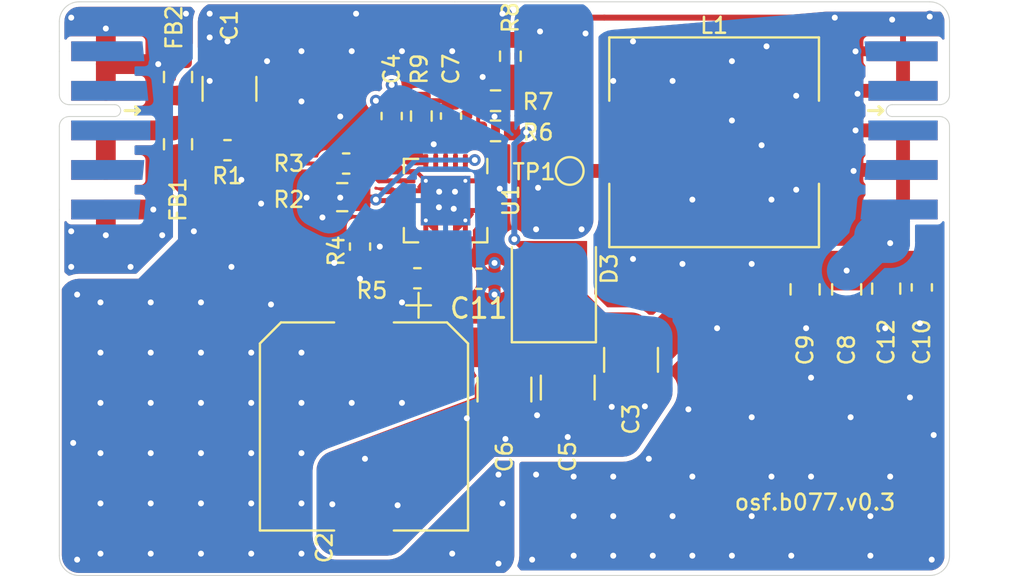
<source format=kicad_pcb>
(kicad_pcb (version 20211014) (generator pcbnew)
  (layers (0 "F.Cu" signal) (31 "B.Cu" signal) (34 "B.Paste" user) (35 "F.Paste" user) (36 "B.SilkS" user "B.Silkscreen") (37 "F.SilkS" user "F.Silkscreen") (38 "B.Mask" user) (39 "F.Mask" user) (44 "Edge.Cuts" user))
  (net 0 "")
  (net 1 "GND")
  (net 2 "Net-(C1-Pad1)")
  (net 3 "/dcdc/GND_IN")
  (net 4 "/dcdc/48V")
  (net 5 "/dcdc/GND2")
  (net 10 "/dcdc/VSS")
  (net 11 "/dcdc/VDD")
  (net 12 "Net-(C7-Pad2)")
  (net 13 "/dcdc/GND2_OUT")
  (net 14 "Net-(R2-Pad2)")
  (net 15 "Net-(R3-Pad1)")
  (net 16 "/dcdc/VPOS")
  (net 17 "Net-(R4-Pad2)")
  (net 18 "Net-(R7-Pad2)")
  (net 19 "/dcdc/erout")
  (net 20 "Net-(R5-Pad1)")
  (net 21 "/dcdc/FBH")
  (net 22 "Net-(TP2-Pad1)")
  (footprint "TestPoint:TestPoint_Pad_D1.0mm" (layer "F.Cu") (at 155.8 92.55)
    (fp_text reference "TP1")
    (fp_text value "GND2_OUT")
  )
  (footprint "Capacitor_SMD:C_0805_2012Metric" (layer "F.Cu") (at 167.7 98.5375 -90)
    (fp_text reference "C9")
    (fp_text value "100uF")
  )
  (footprint "Capacitor_SMD:C_1210_3225Metric" (layer "F.Cu") (at 152.5 103.6 -90)
    (fp_text reference "C6")
    (fp_text value "10nF")
  )
  (footprint "Inductor_SMD:L_0805_2012Metric" (layer "F.Cu") (at 136 91.2 -90)
    (fp_text reference "FB1")
    (fp_text value "700R")
  )
  (footprint "on_edge:on_edge_2x05_device" (layer "F.Cu") (at 130 90.5 -90)
    (fp_text reference "J1")
    (fp_text value "013_PoE_rectified")
    (fp_line (start -0.2 0) (end 4 0) (layer "Edge.Cuts") (width 0.05))
    (fp_line (start -0.7 -0.5) (end -0.7 -2.8) (layer "Edge.Cuts") (width 0.05))
    (fp_line (start -4 0) (end -1.8 0) (layer "Edge.Cuts") (width 0.05))
    (fp_line (start -1.3 -2.8) (end -1.3 -0.5) (layer "Edge.Cuts") (width 0.05))
    (fp_arc (start -1.3 -0.5) (mid -1.446447 -0.146447) (end -1.8 0) (layer "Edge.Cuts") (width 0.05))
    (fp_arc (start -0.2 0) (mid -0.553553 -0.146447) (end -0.7 -0.5) (layer "Edge.Cuts") (width 0.05))
    (fp_arc (start -1.3 -2.8) (mid -1 -3.1) (end -0.7 -2.8) (layer "Edge.Cuts") (width 0.05))
  )
  (footprint "Capacitor_SMD:C_0805_2012Metric" (layer "F.Cu") (at 171.8 98.5 -90)
    (fp_text reference "C12")
    (fp_text value "100uF")
  )
  (footprint "Capacitor_SMD:C_0603_1608Metric" (layer "F.Cu") (at 173.6 98.4375 -90)
    (fp_text reference "C10")
    (fp_text value "1uF")
  )
  (footprint "Resistor_SMD:R_0603_1608Metric" (layer "F.Cu") (at 148.1 97.975)
    (fp_text reference "R5")
    (fp_text value "88.7k")
  )
  (footprint "on_edge:on_edge_2x05_host" (layer "F.Cu") (at 175 90.5 -90)
    (fp_text reference "J2")
    (fp_text value "003_power")
    (fp_line (start -0.7 2.9) (end -0.7 0.5) (layer "Edge.Cuts") (width 0.05))
    (fp_line (start -1.3 0.5) (end -1.3 2.9) (layer "Edge.Cuts") (width 0.05))
    (fp_line (start -0.2 0) (end 4 0) (layer "Edge.Cuts") (width 0.05))
    (fp_line (start -4 0) (end -1.8 0) (layer "Edge.Cuts") (width 0.05))
    (fp_arc (start -0.7 0.5) (mid -0.553553 0.146447) (end -0.2 0) (layer "Edge.Cuts") (width 0.05))
    (fp_arc (start -1.8 0) (mid -1.446447 0.146447) (end -1.3 0.5) (layer "Edge.Cuts") (width 0.05))
    (fp_arc (start -0.7 2.9) (mid -1 3.2) (end -1.3 2.9) (layer "Edge.Cuts") (width 0.05))
  )
  (footprint "Resistor_SMD:R_0603_1608Metric" (layer "F.Cu") (at 152.8 86.75 90)
    (fp_text reference "R8")
    (fp_text value "10R")
  )
  (footprint "Capacitor_SMD:C_1210_3225Metric" (layer "F.Cu") (at 155.7 103.5 -90)
    (fp_text reference "C5")
    (fp_text value "100nF")
  )
  (footprint "Package_DFN_QFN:QFN-20-1EP_4x4mm_P0.5mm_EP2.5x2.5mm_ThermalVias" (layer "F.Cu") (at 149.525 94.05 -90)
    (fp_text reference "U1")
    (fp_text value "Si3404")
  )
  (footprint "Resistor_SMD:R_0603_1608Metric" (layer "F.Cu") (at 138.5 91.5)
    (fp_text reference "R1")
    (fp_text value "3R")
  )
  (footprint "Resistor_SMD:R_0603_1608Metric" (layer "F.Cu") (at 144.5 92.175 180)
    (fp_text reference "R3")
    (fp_text value "24.3k")
  )
  (footprint "Capacitor_SMD:C_0603_1608Metric" (layer "F.Cu") (at 151.2 98)
    (fp_text reference "C11")
    (fp_text value "100nF")
  )
  (footprint "Resistor_SMD:R_0603_1608Metric" (layer "F.Cu") (at 148.3 89.775 -90)
    (fp_text reference "R9")
    (fp_text value "143k")
  )
  (footprint "Resistor_SMD:R_0603_1608Metric" (layer "F.Cu") (at 145.2 96.375 90)
    (fp_text reference "R4")
    (fp_text value "75R")
  )
  (footprint "Inductor_SMD:L_0805_2012Metric" (layer "F.Cu") (at 136 87.8 -90)
    (fp_text reference "FB2")
    (fp_text value "700R")
  )
  (footprint "Diode_SMD:D_PowerDI-5" (layer "F.Cu") (at 155 97.4 90)
    (fp_text reference "D3")
    (fp_text value "PDS3100")
  )
  (footprint "Capacitor_SMD:C_1210_3225Metric" (layer "F.Cu") (at 138.6 88.4 90)
    (fp_text reference "C1")
    (fp_text value "100nF")
  )
  (footprint "Capacitor_SMD:C_0603_1608Metric" (layer "F.Cu") (at 146.8 89.775 -90)
    (fp_text reference "C4")
    (fp_text value "100nF")
  )
  (footprint "Capacitor_SMD:C_0603_1608Metric" (layer "F.Cu") (at 149.8 89.775 90)
    (fp_text reference "C7")
    (fp_text value "330pF")
  )
  (footprint "Capacitor_SMD:C_0805_2012Metric" (layer "F.Cu") (at 169.8 98.5375 -90)
    (fp_text reference "C8")
    (fp_text value "100uF")
  )
  (footprint "Capacitor_SMD:CP_Elec_10x10" (layer "F.Cu") (at 145.4 105.4675 -90)
    (fp_text reference "C2")
    (fp_text value "10uF")
  )
  (footprint "Resistor_SMD:R_0603_1608Metric" (layer "F.Cu") (at 152.05 89)
    (fp_text reference "R7")
    (fp_text value "9.09k")
  )
  (footprint "Resistor_SMD:R_0805_2012Metric" (layer "F.Cu") (at 144.3 93.875)
    (fp_text reference "R2")
    (fp_text value "1.2R")
  )
  (footprint "Inductor_SMD:L_10.4x10.4_H4.8" (layer "F.Cu") (at 163.1 91.1)
    (fp_text reference "L1")
    (fp_text value "47uH")
  )
  (footprint "Capacitor_SMD:C_1210_3225Metric" (layer "F.Cu") (at 158.9 102.1 -90)
    (fp_text reference "C3")
    (fp_text value "1uF")
  )
  (footprint "Resistor_SMD:R_0603_1608Metric" (layer "F.Cu") (at 152.05 90.525 180)
    (fp_text reference "R6")
    (fp_text value "3.24k")
  )
  (gr_line (start 130 86.5) (end 130 85) (layer "Edge.Cuts") (width 0.05))
  (gr_line (start 175 86.5) (end 175 85) (layer "Edge.Cuts") (width 0.05))
  (gr_line (start 174 84) (end 150 84) (layer "Edge.Cuts") (width 0.05))
  (gr_line (start 174.999999 110.499999) (end 175 94.5) (layer "Edge.Cuts") (width 0.05))
  (gr_line (start 173.999999 112.999999) (end 131 113) (layer "Edge.Cuts") (width 0.05))
  (gr_arc (start 130 85) (mid 130.292893 84.292893) (end 131 84) (layer "Edge.Cuts") (width 0.05))
  (gr_line (start 131 84) (end 150 84) (layer "Edge.Cuts") (width 0.05))
  (gr_arc (start 174 84) (mid 174.707107 84.292893) (end 175 85) (layer "Edge.Cuts") (width 0.05))
  (gr_line (start 174.999999 111.999999) (end 174.999999 110.499999) (layer "Edge.Cuts") (width 0.05))
  (gr_line (start 130 112) (end 130 94.5) (layer "Edge.Cuts") (width 0.05))
  (gr_arc (start 174.999999 111.999999) (mid 174.707106 112.707106) (end 173.999999 112.999999) (layer "Edge.Cuts") (width 0.05))
  (gr_arc (start 131 113) (mid 130.292893 112.707107) (end 130 112) (layer "Edge.Cuts") (width 0.05))
  (gr_text "osf.b077.v0.3" (at 168.2 109.3) (layer "F.SilkS") (effects (font (size 0.8 0.8) (thickness 0.127))))
  (segment (start 132.35 87.15) (end 132.35 88.5) (width 1) (layer "F.Cu") (net 1))
  (segment (start 132.35 94.5) (end 132.35 95.8) (width 1) (layer "F.Cu") (net 1))
  (segment (start 132.35 94.5) (end 134.75 94.5) (width 1) (layer "F.Cu") (net 1))
  (segment (start 135.7125 87.15) (end 136 86.8625) (width 1) (layer "F.Cu") (net 1))
  (segment (start 132.35 86.5) (end 132.35 87.15) (width 1) (layer "F.Cu") (net 1))
  (segment (start 132.35 86.5) (end 132.35 85.35) (width 1) (layer "F.Cu") (net 1))
  (segment (start 132.35 87.15) (end 135.7125 87.15) (width 1) (layer "F.Cu") (net 1))
  (via (at 134.75 94.5) (size 0.6) (drill 0.3) (layers "F.Cu" "B.Cu") (net 1))
  (via (at 132.35 95.8) (size 0.6) (drill 0.3) (layers "F.Cu" "B.Cu") (net 1))
  (via (at 134.99952 87.15) (size 0.6) (drill 0.3) (layers "F.Cu" "B.Cu") (net 1))
  (via (at 133.6 97.4) (size 0.6) (drill 0.3) (layers "F.Cu" "B.Cu") (net 1))
  (via (at 135.2 95.8) (size 0.6) (drill 0.3) (layers "F.Cu" "B.Cu") (net 1))
  (via (at 130.6 84.8) (size 0.6) (drill 0.3) (layers "F.Cu" "B.Cu") (net 1))
  (via (at 132.35 85.35) (size 0.6) (drill 0.3) (layers "F.Cu" "B.Cu") (net 1))
  (via (at 130.6 95.6) (size 0.6) (drill 0.3) (layers "F.Cu" "B.Cu") (net 1))
  (via (at 130.6 97.4) (size 0.6) (drill 0.3) (layers "F.Cu" "B.Cu") (net 1))
  (via (at 136.4 84.6) (size 0.6) (drill 0.3) (layers "F.Cu" "B.Cu") (net 1))
  (segment (start 135.299511 87.449991) (end 134.99952 87.15) (width 1) (layer "B.Cu") (net 1))
  (segment (start 139.2875 91.5) (end 139.2875 90.4875) (width 1) (layer "F.Cu") (net 2))
  (segment (start 139.2875 90.4875) (end 138.6 89.8) (width 1) (layer "F.Cu") (net 2))
  (segment (start 146.96202 92.56202) (end 144.2 89.8) (width 0.2) (layer "F.Cu") (net 3))
  (segment (start 149.025 95.55) (end 148.525 95.05) (width 0.25) (layer "F.Cu") (net 3))
  (segment (start 137.6 88) (end 138.6 87) (width 1) (layer "F.Cu") (net 3))
  (segment (start 138.6 87) (end 140.5 87) (width 0.6) (layer "F.Cu") (net 3))
  (segment (start 149.1875 94.3875) (end 149.525 94.05) (width 0.25) (layer "F.Cu") (net 3))
  (segment (start 150.671447 94.55) (end 150.525 94.696447) (width 0.25) (layer "F.Cu") (net 3))
  (segment (start 136 88.7375) (end 136.8625 88.7375) (width 1) (layer "F.Cu") (net 3))
  (segment (start 149.025 95.9875) (end 149.025 95.55) (width 0.25) (layer "F.Cu") (net 3))
  (segment (start 150.525 94.696447) (end 150.525 95.05) (width 0.25) (layer "F.Cu") (net 3))
  (segment (start 136.8625 88.7375) (end 137.6 88) (width 1) (layer "F.Cu") (net 3))
  (segment (start 150.025 95.55) (end 150.525 95.05) (width 0.25) (layer "F.Cu") (net 3))
  (segment (start 148.525 93.05) (end 148.03702 92.56202) (width 0.2) (layer "F.Cu") (net 3))
  (segment (start 149.9375 94.4625) (end 149.525 94.05) (width 0.25) (layer "F.Cu") (net 3))
  (segment (start 148.525 93.403553) (end 148.525 93.05) (width 0.25) (layer "F.Cu") (net 3))
  (segment (start 138.5 86.9) (end 138.6 87) (width 0.6) (layer "F.Cu") (net 3))
  (segment (start 148.378553 93.55) (end 148.525 93.403553) (width 0.25) (layer "F.Cu") (net 3))
  (segment (start 152 97.2) (end 152 98.8) (width 0.6) (layer "F.Cu") (net 3))
  (segment (start 145.4125 97.1625) (end 146.2 96.375) (width 0.4) (layer "F.Cu") (net 3))
  (segment (start 148.03702 92.56202) (end 146.96202 92.56202) (width 0.2) (layer "F.Cu") (net 3))
  (segment (start 138.5 86) (end 138.5 86.9) (width 0.6) (layer "F.Cu") (net 3))
  (segment (start 145.2 97.1625) (end 145.2 98) (width 0.4) (layer "F.Cu") (net 3))
  (segment (start 151.4625 94.55) (end 150.671447 94.55) (width 0.25) (layer "F.Cu") (net 3))
  (segment (start 147.5875 93.55) (end 148.378553 93.55) (width 0.25) (layer "F.Cu") (net 3))
  (segment (start 150.525 95.9875) (end 150.525 96.525) (width 0.25) (layer "F.Cu") (net 3))
  (segment (start 149.025 95.9875) (end 149.025 94.55) (width 0.25) (layer "F.Cu") (net 3))
  (segment (start 145.2 97.1625) (end 145.4125 97.1625) (width 0.4) (layer "F.Cu") (net 3))
  (segment (start 148.525 95.9875) (end 148.525 95.05) (width 0.25) (layer "F.Cu") (net 3))
  (segment (start 150.025 94.55) (end 149.9375 94.4625) (width 0.25) (layer "F.Cu") (net 3))
  (segment (start 151.4625 93.05) (end 150.525 93.05) (width 0.25) (layer "F.Cu") (net 3))
  (segment (start 149.025 94.55) (end 149.1875 94.3875) (width 0.25) (layer "F.Cu") (net 3))
  (segment (start 150.525 95.9875) (end 150.525 95.05) (width 0.25) (layer "F.Cu") (net 3))
  (segment (start 150.025 95.9875) (end 150.025 95.55) (width 0.25) (layer "F.Cu") (net 3))
  (segment (start 150.525 96.525) (end 151.975 97.975) (width 0.25) (layer "F.Cu") (net 3))
  (segment (start 150.025 95.55) (end 150.025 94.55) (width 0.25) (layer "F.Cu") (net 3))
  (via (at 144.2 89.8) (size 0.6) (drill 0.3) (layers "F.Cu" "B.Cu") (net 3))
  (via (at 137.16 104.275547) (size 0.6) (drill 0.3) (layers "F.Cu" "B.Cu") (net 3))
  (via (at 139.7 109.355547) (size 0.6) (drill 0.3) (layers "F.Cu" "B.Cu") (net 3))
  (via (at 142.24 109.355547) (size 0.6) (drill 0.3) (layers "F.Cu" "B.Cu") (net 3))
  (via (at 132.08 104.275547) (size 0.6) (drill 0.3) (layers "F.Cu" "B.Cu") (net 3))
  (via (at 137.16 111.895547) (size 0.6) (drill 0.3) (layers "F.Cu" "B.Cu") (net 3))
  (via (at 132.08 106.815547) (size 0.6) (drill 0.3) (layers "F.Cu" "B.Cu") (net 3))
  (via (at 142.24 89.035547) (size 0.6) (drill 0.3) (layers "F.Cu" "B.Cu") (net 3))
  (via (at 139.7 111.895547) (size 0.6) (drill 0.3) (layers "F.Cu" "B.Cu") (net 3))
  (via (at 130.9 98.8) (size 0.6) (drill 0.3) (layers "F.Cu" "B.Cu") (net 3))
  (via (at 152.2 112.4) (size 0.6) (drill 0.3) (layers "F.Cu" "B.Cu") (net 3))
  (via (at 142.24 106.815547) (size 0.6) (drill 0.3) (layers "F.Cu" "B.Cu") (net 3))
  (via (at 149.86 111.895547) (size 0.6) (drill 0.3) (layers "F.Cu" "B.Cu") (net 3))
  (via (at 149.2 93.6) (size 0.6) (drill 0.3) (layers "F.Cu" "B.Cu") (net 3))
  (via (at 152 89.8) (size 0.6) (drill 0.3) (layers "F.Cu" "B.Cu") (net 3))
  (via (at 149.1875 94.3875) (size 0.6) (drill 0.3) (layers "F.Cu" "B.Cu") (net 3))
  (via (at 134.62 109.355547) (size 0.6) (drill 0.3) (layers "F.Cu" "B.Cu") (net 3))
  (via (at 147.32 99.195547) (size 0.6) (drill 0.3) (layers "F.Cu" "B.Cu") (net 3))
  (via (at 146.2 96.375) (size 0.6) (drill 0.3) (layers "F.Cu" "B.Cu") (net 3))
  (via (at 147.32 104.275547) (size 0.6) (drill 0.3) (layers "F.Cu" "B.Cu") (net 3))
  (via (at 152.4 84.6) (size 0.6) (drill 0.3) (layers "F.Cu" "B.Cu") (net 3))
  (via (at 138.7 97.4) (size 0.6) (drill 0.3) (layers "F.Cu" "B.Cu") (net 3))
  (via (at 149.86 86.495547) (size 0.6) (drill 0.3) (layers "F.Cu" "B.Cu") (net 3))
  (via (at 134.62 104.275547) (size 0.6) (drill 0.3) (layers "F.Cu" "B.Cu") (net 3))
  (via (at 140.2 94.2) (size 0.6) (drill 0.3) (layers "F.Cu" "B.Cu") (net 3))
  (via (at 152 98.8) (size 0.6) (drill 0.3) (layers "F.Cu" "B.Cu") (net 3))
  (via (at 145 84.6) (size 0.6) (drill 0.3) (layers "F.Cu" "B.Cu") (net 3))
  (via (at 132.08 101.735547) (size 0.6) (drill 0.3) (layers "F.Cu" "B.Cu") (net 3))
  (via (at 137.6 88) (size 0.6) (drill 0.3) (layers "F.Cu" "B.Cu") (net 3))
  (via (at 134.62 106.815547) (size 0.6) (drill 0.3) (layers "F.Cu" "B.Cu") (net 3))
  (via (at 134.62 99.195547) (size 0.6) (drill 0.3) (layers "F.Cu" "B.Cu") (net 3))
  (via (at 144.78 104.275547) (size 0.6) (drill 0.3) (layers "F.Cu" "B.Cu") (net 3))
  (via (at 145.2 98) (size 0.6) (drill 0.3) (layers "F.Cu" "B.Cu") (net 3))
  (via (at 132.08 109.355547) (size 0.6) (drill 0.3) (layers "F.Cu" "B.Cu") (net 3))
  (via (at 140.7 99.3) (size 0.6) (drill 0.3) (layers "F.Cu" "B.Cu") (net 3))
  (via (at 143.9 97.2) (size 0.6) (drill 0.3) (layers "F.Cu" "B.Cu") (net 3))
  (via (at 132.08 99.195547) (size 0.6) (drill 0.3) (layers "F.Cu" "B.Cu") (net 3))
  (via (at 130.9 112.2) (size 0.6) (drill 0.3) (layers "F.Cu" "B.Cu") (net 3))
  (via (at 134.62 101.735547) (size 0.6) (drill 0.3) (layers "F.Cu" "B.Cu") (net 3))
  (via (at 147.32 86.495547) (size 0.6) (drill 0.3) (layers "F.Cu" "B.Cu") (net 3))
  (via (at 137.6 84.6) (size 0.6) (drill 0.3) (layers "F.Cu" "B.Cu") (net 3))
  (via (at 142.24 101.735547) (size 0.6) (drill 0.3) (layers "F.Cu" "B.Cu") (net 3))
  (via (at 136.8 95.6) (size 0.6) (drill 0.3) (layers "F.Cu" "B.Cu") (net 3))
  (via (at 150 93.6) (size 0.6) (drill 0.3) (layers "F.Cu" "B.Cu") (net 3))
  (via (at 152.2 107.9) (size 0.6) (drill 0.3) (layers "F.Cu" "B.Cu") (net 3))
  (via (at 138.5 86) (size 0.6) (drill 0.3) (layers "F.Cu" "B.Cu") (net 3))
  (via (at 137.16 99.195547) (size 0.6) (drill 0.3) (layers "F.Cu" "B.Cu") (net 3))
  (via (at 151.4 87.8) (size 0.6) (drill 0.3) (layers "F.Cu" "B.Cu") (net 3))
  (via (at 137.6 85.8) (size 0.6) (drill 0.3) (layers "F.Cu" "B.Cu") (net 3))
  (via (at 139.7 101.735547) (size 0.6) (drill 0.3) (layers "F.Cu" "B.Cu") (net 3))
  (via (at 140.5 87) (size 0.6) (drill 0.3) (layers "F.Cu" "B.Cu") (net 3))
  (via (at 139.7 106.815547) (size 0.6) (drill 0.3) (layers "F.Cu" "B.Cu") (net 3))
  (via (at 152 97.2) (size 0.6) (drill 0.3) (layers "F.Cu" "B.Cu") (net 3))
  (via (at 139.2 93) (size 0.6) (drill 0.3) (layers "F.Cu" "B.Cu") (net 3))
  (via (at 144.78 86.495547) (size 0.6) (drill 0.3) (layers "F.Cu" "B.Cu") (net 3))
  (via (at 134.62 111.895547) (size 0.6) (drill 0.3) (layers "F.Cu" "B.Cu") (net 3))
  (via (at 152.4 109.355547) (size 0.6) (drill 0.3) (layers "F.Cu" "B.Cu") (net 3))
  (via (at 137.16 109.355547) (size 0.6) (drill 0.3) (layers "F.Cu" "B.Cu") (net 3))
  (via (at 142.24 86.495547) (size 0.6) (drill 0.3) (layers "F.Cu" "B.Cu") (net 3))
  (via (at 149.9375 94.4625) (size 0.6) (drill 0.3) (layers "F.Cu" "B.Cu") (net 3))
  (via (at 132.08 111.895547) (size 0.6) (drill 0.3) (layers "F.Cu" "B.Cu") (net 3))
  (via (at 130.7 106.3) (size 0.6) (drill 0.3) (layers "F.Cu" "B.Cu") (net 3))
  (via (at 139.7 104.275547) (size 0.6) (drill 0.3) (layers "F.Cu" "B.Cu") (net 3))
  (via (at 137.16 101.735547) (size 0.6) (drill 0.3) (layers "F.Cu" "B.Cu") (net 3))
  (via (at 142.24 111.895547) (size 0.6) (drill 0.3) (layers "F.Cu" "B.Cu") (net 3))
  (via (at 137.16 106.815547) (size 0.6) (drill 0.3) (layers "F.Cu" "B.Cu") (net 3))
  (via (at 142.24 104.275547) (size 0.6) (drill 0.3) (layers "F.Cu" "B.Cu") (net 3))
  (segment (start 135.7625 90.5) (end 136 90.2625) (width 1) (layer "F.Cu") (net 4))
  (segment (start 132.35 92.5) (end 132.35 90.5) (width 1) (layer "F.Cu") (net 4))
  (segment (start 132.35 90.5) (end 135.7625 90.5) (width 1) (layer "F.Cu") (net 4))
  (segment (start 172.65 90.5) (end 170.25 90.5) (width 0.7) (layer "F.Cu") (net 5))
  (segment (start 153.925 84.8) (end 152.8 85.925) (width 0.3) (layer "F.Cu") (net 5))
  (segment (start 170.25 90.5) (end 167.85 90.5) (width 0.7) (layer "F.Cu") (net 5))
  (segment (start 172.65 85.45) (end 172.65 86.5) (width 0.3) (layer "F.Cu") (net 5))
  (segment (start 172.65 92.5) (end 170.2 92.5) (width 0.7) (layer "F.Cu") (net 5))
  (segment (start 157.55 84.8) (end 169.2 84.8) (width 0.3) (layer "F.Cu") (net 5))
  (segment (start 172.65 86.5) (end 170.253724 86.5) (width 0.5) (layer "F.Cu") (net 5))
  (segment (start 172.1 84.9) (end 172.65 85.45) (width 0.3) (layer "F.Cu") (net 5))
  (segment (start 172 84.8) (end 172.1 84.9) (width 0.3) (layer "F.Cu") (net 5))
  (segment (start 170.2 92.5) (end 170.15 92.55) (width 0.7) (layer "F.Cu") (net 5))
  (segment (start 172.65 92.5) (end 172.65 90.5) (width 0.7) (layer "F.Cu") (net 5))
  (segment (start 170.5 88.5) (end 172.65 88.5) (width 0.7) (layer "F.Cu") (net 5))
  (segment (start 157.55 84.8) (end 153.925 84.8) (width 0.3) (layer "F.Cu") (net 5))
  (segment (start 170.253724 86.5) (end 170.248527 86.505197) (width 0.5) (layer "F.Cu") (net 5))
  (segment (start 169.2 84.8) (end 172 84.8) (width 0.3) (layer "F.Cu") (net 5))
  (segment (start 167.85 90.5) (end 167.25 91.1) (width 0.7) (layer "F.Cu") (net 5))
  (segment (start 170.35 88.65) (end 170.5 88.5) (width 0.7) (layer "F.Cu") (net 5))
  (segment (start 167.25 91.1) (end 167.9 91.1) (width 0.7) (layer "F.Cu") (net 5))
  (segment (start 172.65 94.5) (end 170.053724 94.5) (width 0.7) (layer "F.Cu") (net 5))
  (segment (start 172.65 86.5) (end 172.65 88.5) (width 0.7) (layer "F.Cu") (net 5))
  (segment (start 167.9 91.1) (end 170.35 88.65) (width 0.7) (layer "F.Cu") (net 5))
  (segment (start 172.65 94.5) (end 172.65 92.5) (width 0.7) (layer "F.Cu") (net 5))
  (via (at 161.5 97.25) (size 0.6) (drill 0.3) (layers "F.Cu" "B.Cu") (net 5))
  (via (at 159.8 107.1) (size 0.6) (drill 0.3) (layers "F.Cu" "B.Cu") (net 5))
  (via (at 169.2 84.8) (size 0.6) (drill 0.3) (layers "F.Cu" "B.Cu") (net 5))
  (via (at 166 108) (size 0.6) (drill 0.3) (layers "F.Cu" "B.Cu") (net 5))
  (via (at 165 97.25) (size 0.6) (drill 0.3) (layers "F.Cu" "B.Cu") (net 5))
  (via (at 167 112) (size 0.6) (drill 0.3) (layers "F.Cu" "B.Cu") (net 5))
  (via (at 171.75 100.5) (size 0.6) (drill 0.3) (layers "F.Cu" "B.Cu") (net 5))
  (via (at 158 112) (size 0.6) (drill 0.3) (layers "F.Cu" "B.Cu") (net 5))
  (via (at 174 84.75) (size 0.6) (drill 0.3) (layers "F.Cu" "B.Cu") (net 5))
  (via (at 170.248527 86.505197) (size 0.6) (drill 0.3) (layers "F.Cu" "B.Cu") (net 5))
  (via (at 165 110) (size 0.6) (drill 0.3) (layers "F.Cu" "B.Cu") (net 5))
  (via (at 164 112) (size 0.6) (drill 0.3) (layers "F.Cu" "B.Cu") (net 5))
  (via (at 167.75 100.5) (size 0.6) (drill 0.3) (layers "F.Cu" "B.Cu") (net 5))
  (via (at 165 105) (size 0.6) (drill 0.3) (layers "F.Cu" "B.Cu") (net 5))
  (via (at 163.25 100.5) (size 0.6) (drill 0.3) (layers "F.Cu" "B.Cu") (net 5))
  (via (at 174.1 112.2) (size 0.6) (drill 0.3) (layers "F.Cu" "B.Cu") (net 5))
  (via (at 170.35 88.65) (size 0.6) (drill 0.3) (layers "F.Cu" "B.Cu") (net 5))
  (via (at 161 88) (size 0.6) (drill 0.3) (layers "F.Cu" "B.Cu") (net 5))
  (via (at 160 112) (size 0.6) (drill 0.3) (layers "F.Cu" "B.Cu") (net 5))
  (via (at 158 108) (size 0.6) (drill 0.3) (layers "F.Cu" "B.Cu") (net 5))
  (via (at 159 97) (size 0.6) (drill 0.3) (layers "F.Cu" "B.Cu") (net 5))
  (via (at 173 104) (size 0.6) (drill 0.3) (layers "F.Cu" "B.Cu") (net 5))
  (via (at 158 110) (size 0.6) (drill 0.3) (layers "F.Cu" "B.Cu") (net 5))
  (via (at 167.25 88.75) (size 0.6) (drill 0.3) (layers "F.Cu" "B.Cu") (net 5))
  (via (at 172 108) (size 0.6) (drill 0.3) (layers "F.Cu" "B.Cu") (net 5))
  (via (at 158 88) (size 0.6) (drill 0.3) (layers "F.Cu" "B.Cu") (net 5))
  (via (at 174.2 105.9) (size 0.6) (drill 0.3) (layers "F.Cu" "B.Cu") (net 5))
  (via (at 156 108) (size 0.6) (drill 0.3) (layers "F.Cu" "B.Cu") (net 5))
  (via (at 156 110) (size 0.6) (drill 0.3) (layers "F.Cu" "B.Cu") (net 5))
  (via (at 156 112) (size 0.6) (drill 0.3) (layers "F.Cu" "B.Cu") (net 5))
  (via (at 164 90) (size 0.6) (drill 0.3) (layers "F.Cu" "B.Cu") (net 5))
  (via (at 170.15 92.55) (size 0.6) (drill 0.3) (layers "F.Cu" "B.Cu") (net 5))
  (via (at 162 112) (size 0.6) (drill 0.3) (layers "F.Cu" "B.Cu") (net 5))
  (via (at 165.5 91.25) (size 0.6) (drill 0.3) (layers "F.Cu" "B.Cu") (net 5))
  (via (at 165.75 86.25) (size 0.6) (drill 0.3) (layers "F.Cu" "B.Cu") (net 5))
  (via (at 164 87) (size 0.6) (drill 0.3) (layers "F.Cu" "B.Cu") (net 5))
  (via (at 161.8 104.6) (size 0.6) (drill 0.3) (layers "F.Cu" "B.Cu") (net 5))
  (via (at 173.5 100.25) (size 0.6) (drill 0.3) (layers "F.Cu" "B.Cu") (net 5))
  (via (at 172.1 84.9) (size 0.6) (drill 0.3) (layers "F.Cu" "B.Cu") (net 5))
  (via (at 170 105) (size 0.6) (drill 0.3) (layers "F.Cu" "B.Cu") (net 5))
  (via (at 167.25 93.5) (size 0.6) (drill 0.3) (layers "F.Cu" "B.Cu") (net 5))
  (via (at 170.25 90.5) (size 0.6) (drill 0.3) (layers "F.Cu" "B.Cu") (net 5))
  (via (at 162 94) (size 0.6) (drill 0.3) (layers "F.Cu" "B.Cu") (net 5))
  (via (at 171 110) (size 0.6) (drill 0.3) (layers "F.Cu" "B.Cu") (net 5))
  (via (at 159 86) (size 0.6) (drill 0.3) (layers "F.Cu" "B.Cu") (net 5))
  (via (at 171 112) (size 0.6) (drill 0.3) (layers "F.Cu" "B.Cu") (net 5))
  (via (at 168 103) (size 0.6) (drill 0.3) (layers "F.Cu" "B.Cu") (net 5))
  (via (at 153.9 112.2) (size 0.6) (drill 0.3) (layers "F.Cu" "B.Cu") (net 5))
  (via (at 154.1 107.9) (size 0.6) (drill 0.3) (layers "F.Cu" "B.Cu") (net 5))
  (via (at 166 94) (size 0.6) (drill 0.3) (layers "F.Cu" "B.Cu") (net 5))
  (via (at 168 108) (size 0.6) (drill 0.3) (layers "F.Cu" "B.Cu") (net 5))
  (via (at 161 110) (size 0.6) (drill 0.3) (layers "F.Cu" "B.Cu") (net 5))
  (via (at 162 108) (size 0.6) (drill 0.3) (layers "F.Cu" "B.Cu") (net 5))
  (segment (start 152.5 105) (end 150.65 105) (width 1) (layer "F.Cu") (net 10))
  (segment (start 157.925 104.475) (end 158.9 103.5) (width 1) (layer "F.Cu") (net 10))
  (segment (start 155.7 104.9) (end 154.15 104.9) (width 1) (layer "F.Cu") (net 10))
  (segment (start 145.4 107.15) (end 145.45 107.1) (width 1) (layer "F.Cu") (net 10))
  (segment (start 152.5 105) (end 152.5 106.05) (width 1) (layer "F.Cu") (net 10))
  (segment (start 145.4 109.4675) (end 145.4 107.15) (width 1) (layer "F.Cu") (net 10))
  (segment (start 143.3625 93.875) (end 144.175 93.875) (width 0.5) (layer "F.Cu") (net 10))
  (segment (start 143.3625 93.875) (end 143.3625 94.8375) (width 0.5) (layer "F.Cu") (net 10))
  (segment (start 149.025 91.2995) (end 149.025 92.1125) (width 0.2) (layer "F.Cu") (net 10))
  (segment (start 154.15 104.9) (end 152.6 104.9) (width 1) (layer "F.Cu") (net 10))
  (segment (start 148.9255 91.2) (end 148.9 91.2) (width 0.2) (layer "F.Cu") (net 10))
  (segment (start 144.175 93.875) (end 144.2 93.9) (width 0.5) (layer "F.Cu") (net 10))
  (segment (start 152.6 104.9) (end 152.5 105) (width 1) (layer "F.Cu") (net 10))
  (segment (start 143.3625 94.8375) (end 143.3 94.9) (width 0.5) (layer "F.Cu") (net 10))
  (segment (start 143.8675 109.4675) (end 143.8 109.4) (width 1) (layer "F.Cu") (net 10))
  (segment (start 146.8 88.9875) (end 146.8 88.2) (width 0.25) (layer "F.Cu") (net 10))
  (segment (start 155.7 104.9) (end 155.7 106) (width 1) (layer "F.Cu") (net 10))
  (segment (start 146.0125 88.9875) (end 146 89) (width 0.25) (layer "F.Cu") (net 10))
  (segment (start 145.4 109.4675) (end 143.8675 109.4675) (width 1) (layer "F.Cu") (net 10))
  (segment (start 146.8 88.9875) (end 146.8 89.1) (width 0.25) (layer "F.Cu") (net 10))
  (segment (start 145.4 109.4675) (end 147.0825 109.4675) (width 1) (layer "F.Cu") (net 10))
  (segment (start 152.5 106.05) (end 152.55 106.1) (width 1) (layer "F.Cu") (net 10))
  (segment (start 152.161208 93.55) (end 152.263842 93.447366) (width 0.2) (layer "F.Cu") (net 10))
  (segment (start 148.9255 91.2) (end 149.025 91.2995) (width 0.2) (layer "F.Cu") (net 10))
  (segment (start 146.8 89.1) (end 148.3 90.6) (width 0.25) (layer "F.Cu") (net 10))
  (segment (start 158.9 103.5) (end 158.9 103.75) (width 1) (layer "F.Cu") (net 10))
  (segment (start 147.0825 109.4675) (end 147.1 109.45) (width 1) (layer "F.Cu") (net 10))
  (segment (start 146.8 88.9875) (end 146.0125 88.9875) (width 0.25) (layer "F.Cu") (net 10))
  (segment (start 151.4625 93.55) (end 152.161208 93.55) (width 0.2) (layer "F.Cu") (net 10))
  (segment (start 158.9 103.75) (end 159.6 104.45) (width 1) (layer "F.Cu") (net 10))
  (segment (start 143.3625 93.875) (end 142.525 93.875) (width 0.5) (layer "F.Cu") (net 10))
  (segment (start 148.9 91.2) (end 148.3 90.6) (width 0.2) (layer "F.Cu") (net 10))
  (segment (start 157.5 104.9) (end 157.925 104.475) (width 1) (layer "F.Cu") (net 10))
  (segment (start 150.65 105) (end 150.6 105.05) (width 1) (layer "F.Cu") (net 10))
  (segment (start 155.7 104.9) (end 157.5 104.9) (width 1) (layer "F.Cu") (net 10))
  (segment (start 142.525 93.875) (end 142.5 93.9) (width 0.5) (layer "F.Cu") (net 10))
  (via (at 142.5 93.9) (size 0.6) (drill 0.3) (layers "F.Cu" "B.Cu") (net 10))
  (via (at 144.2 93.9) (size 0.6) (drill 0.3) (layers "F.Cu" "B.Cu") (net 10))
  (via (at 143.8 109.4) (size 0.6) (drill 0.3) (layers "F.Cu" "B.Cu") (net 10))
  (via (at 152.55 106.1) (size 0.6) (drill 0.3) (layers "F.Cu" "B.Cu") (net 10))
  (via (at 159.6 104.45) (size 0.6) (drill 0.3) (layers "F.Cu" "B.Cu") (net 10))
  (via (at 146.8 88.2) (size 0.6) (drill 0.3) (layers "F.Cu" "B.Cu") (net 10))
  (via (at 145.45 107.1) (size 0.6) (drill 0.3) (layers "F.Cu" "B.Cu") (net 10))
  (via (at 143.3 94.9) (size 0.6) (drill 0.3) (layers "F.Cu" "B.Cu") (net 10))
  (via (at 152.263842 93.447366) (size 0.6) (drill 0.3) (layers "F.Cu" "B.Cu") (net 10))
  (via (at 146 89) (size 0.6) (drill 0.3) (layers "F.Cu" "B.Cu") (net 10))
  (via (at 148.9255 91.2) (size 0.6) (drill 0.3) (layers "F.Cu" "B.Cu") (net 10))
  (via (at 154.15 104.9) (size 0.6) (drill 0.3) (layers "F.Cu" "B.Cu") (net 10))
  (via (at 155.7 106) (size 0.6) (drill 0.3) (layers "F.Cu" "B.Cu") (net 10))
  (via (at 157.925 104.475) (size 0.6) (drill 0.3) (layers "F.Cu" "B.Cu") (net 10))
  (via (at 150.6 105.05) (size 0.6) (drill 0.3) (layers "F.Cu" "B.Cu") (net 10))
  (via (at 147.1 109.45) (size 0.6) (drill 0.3) (layers "F.Cu" "B.Cu") (net 10))
  (segment (start 148.525 92.1125) (end 148.1125 92.1125) (width 0.3) (layer "F.Cu") (net 11))
  (segment (start 147.3 91.5) (end 147.7125 91.9125) (width 0.7) (layer "F.Cu") (net 11))
  (segment (start 147.7125 91.9125) (end 148.1125 91.9125) (width 0.7) (layer "F.Cu") (net 11))
  (segment (start 146.8 91) (end 147.3 91.5) (width 0.7) (layer "F.Cu") (net 11))
  (segment (start 146.8 90.5625) (end 146.8 91) (width 0.7) (layer "F.Cu") (net 11))
  (segment (start 149.8 89) (end 148.35 89) (width 0.25) (layer "F.Cu") (net 12))
  (segment (start 148.35 89) (end 148.3 88.95) (width 0.25) (layer "F.Cu") (net 12))
  (segment (start 155.92 94.538) (end 155.92 92.67) (width 0.7) (layer "F.Cu") (net 13))
  (segment (start 153.592 94.05) (end 154.08 94.538) (width 0.2) (layer "F.Cu") (net 13))
  (segment (start 157.5 92.55) (end 158.95 91.1) (width 0.7) (layer "F.Cu") (net 13))
  (segment (start 155.8 92.55) (end 157.5 92.55) (width 0.7) (layer "F.Cu") (net 13))
  (segment (start 154.08 94.538) (end 155.92 94.538) (width 0.7) (layer "F.Cu") (net 13))
  (segment (start 151.4625 94.05) (end 153.592 94.05) (width 0.2) (layer "F.Cu") (net 13))
  (segment (start 155.92 92.67) (end 155.8 92.55) (width 0.7) (layer "F.Cu") (net 13))
  (via (at 154.2 93.4) (size 0.6) (drill 0.3) (layers "F.Cu" "B.Cu") (net 13))
  (via (at 156.4 95.5) (size 0.6) (drill 0.3) (layers "F.Cu" "B.Cu") (net 13))
  (via (at 156.6 85.6) (size 0.6) (drill 0.3) (layers "F.Cu" "B.Cu") (net 13))
  (via (at 154.1 95.5) (size 0.6) (drill 0.3) (layers "F.Cu" "B.Cu") (net 13))
  (via (at 154.3 85.5) (size 0.6) (drill 0.3) (layers "F.Cu" "B.Cu") (net 13))
  (segment (start 145.875 93.875) (end 146 94) (width 0.25) (layer "F.Cu") (net 14))
  (segment (start 150.6375 92) (end 150.525 92.1125) (width 0.25) (layer "F.Cu") (net 14))
  (segment (start 145.4125 94.05) (end 145.2375 93.875) (width 0.25) (layer "F.Cu") (net 14))
  (segment (start 145.2375 93.875) (end 145.875 93.875) (width 0.25) (layer "F.Cu") (net 14))
  (segment (start 147.5875 94.05) (end 145.4125 94.05) (width 0.25) (layer "F.Cu") (net 14))
  (segment (start 151 92) (end 150.6375 92) (width 0.25) (layer "F.Cu") (net 14))
  (via (at 146 94) (size 0.6) (drill 0.3) (layers "F.Cu" "B.Cu") (net 14))
  (via (at 151 92) (size 0.6) (drill 0.3) (layers "F.Cu" "B.Cu") (net 14))
  (segment (start 148 92) (end 151 92) (width 0.25) (layer "B.Cu") (net 14))
  (segment (start 146 94) (end 148 92) (width 0.25) (layer "B.Cu") (net 14))
  (segment (start 146.1625 93.05) (end 145.2875 92.175) (width 0.25) (layer "F.Cu") (net 15))
  (segment (start 147.5875 93.05) (end 146.1625 93.05) (width 0.25) (layer "F.Cu") (net 15))
  (segment (start 145.2675 101.4675) (end 139.6 95.8) (width 2) (layer "F.Cu") (net 16))
  (segment (start 137.58798 93.41202) (end 137.58798 92) (width 2) (layer "F.Cu") (net 16))
  (segment (start 152.0525 101.4675) (end 155 98.52) (width 2) (layer "F.Cu") (net 16))
  (segment (start 153 96) (end 155 98) (width 0.3) (layer "F.Cu") (net 16))
  (segment (start 149.69375 97.50625) (end 149.525 97.3375) (width 0.2) (layer "F.Cu") (net 16))
  (segment (start 148.8875 97.975) (end 149.35625 97.50625) (width 0.25) (layer "F.Cu") (net 16))
  (segment (start 162.879859 98.749511) (end 165.621119 98.749511) (width 2) (layer "F.Cu") (net 16))
  (segment (start 149.5325 101.4675) (end 151.4675 101.4675) (width 2) (layer "F.Cu") (net 16))
  (segment (start 149.525 95.9875) (end 149.525 97.3375) (width 0.25) (layer "F.Cu") (net 16))
  (segment (start 149.5325 101.4675) (end 149.5325 98.6175) (width 2) (layer "F.Cu") (net 16))
  (segment (start 153.6 90.6) (end 152.95 90.6) (width 0.3) (layer "F.Cu") (net 16))
  (segment (start 145.4 101.4675) (end 145.2675 101.4675) (width 2) (layer "F.Cu") (net 16))
  (segment (start 141.225 92.175) (end 138.6 94.8) (width 0.2) (layer "F.Cu") (net 16))
  (segment (start 137.4 93.6) (end 136 92.2) (width 2) (layer "F.Cu") (net 16))
  (segment (start 149.525 97.3375) (end 148.8875 97.975) (width 0.25) (layer "F.Cu") (net 16))
  (segment (start 150.1625 97.975) (end 149.69375 97.50625) (width 0.2) (layer "F.Cu") (net 16))
  (segment (start 157.18 100.7) (end 155 98.52) (width 2) (layer "F.Cu") (net 16))
  (segment (start 160.16187 101.4675) (end 162.879859 98.749511) (width 2) (layer "F.Cu") (net 16))
  (segment (start 139.6 95.8) (end 138.6 94.8) (width 2) (layer "F.Cu") (net 16))
  (segment (start 158.9 100.7) (end 157.18 100.7) (width 2) (layer "F.Cu") (net 16))
  (segment (start 171.8 97.5625) (end 171.8 96.399511) (width 2) (layer "F.Cu") (net 16))
  (segment (start 143.7125 92.175) (end 141.225 92.175) (width 0.2) (layer "F.Cu") (net 16))
  (segment (start 149.35625 97.50625) (end 149.69375 97.50625) (width 0.25) (layer "F.Cu") (net 16))
  (segment (start 151.4675 101.4675) (end 160.16187 101.4675) (width 2) (layer "F.Cu") (net 16))
  (segment (start 151.4675 101.4675) (end 152.0525 101.4675) (width 2) (layer "F.Cu") (net 16))
  (segment (start 166.78265 97.58798) (end 173.6 97.58798) (width 2) (layer "F.Cu") (net 16))
  (segment (start 165.621119 98.749511) (end 166.78265 97.58798) (width 2) (layer "F.Cu") (net 16))
  (segment (start 152.95 90.6) (end 152.875 90.525) (width 0.3) (layer "F.Cu") (net 16))
  (segment (start 136 92.2) (end 136 92.19952) (width 2) (layer "F.Cu") (net 16))
  (segment (start 150.425 97.975) (end 150.1625 97.975) (width 0.2) (layer "F.Cu") (net 16))
  (segment (start 145.4 101.4675) (end 149.5325 101.4675) (width 2) (layer "F.Cu") (net 16))
  (segment (start 137.4 93.6) (end 137.58798 93.41202) (width 2) (layer "F.Cu") (net 16))
  (segment (start 155 98) (end 155 98.52) (width 0.3) (layer "F.Cu") (net 16))
  (segment (start 138.6 94.8) (end 137.4 93.6) (width 2) (layer "F.Cu") (net 16))
  (segment (start 171.8 96.399511) (end 172 96.199511) (width 2) (layer "F.Cu") (net 16))
  (via (at 153.6 90.6) (size 0.6) (drill 0.3) (layers "F.Cu" "B.Cu") (net 16))
  (via (at 169.8 97.5875) (size 0.6) (drill 0.3) (layers "F.Cu" "B.Cu") (net 16))
  (via (at 172 96.199511) (size 0.6) (drill 0.3) (layers "F.Cu" "B.Cu") (net 16))
  (via (at 153 96) (size 0.6) (drill 0.3) (layers "F.Cu" "B.Cu") (net 16))
  (segment (start 171.187989 96.199511) (end 169.8 97.5875) (width 2) (layer "B.Cu") (net 16))
  (segment (start 171.998609 95) (end 171 95) (width 0.7) (layer "B.Cu") (net 16))
  (segment (start 153 91.2) (end 153.6 90.6) (width 0.3) (layer "B.Cu") (net 16))
  (segment (start 172 96.199511) (end 171.187989 96.199511) (width 2) (layer "B.Cu") (net 16))
  (segment (start 153 96) (end 153 91.2) (width 0.3) (layer "B.Cu") (net 16))
  (segment (start 172 96.199511) (end 172 95.001391) (width 2) (layer "B.Cu") (net 16))
  (segment (start 172.498609 94.5) (end 171.998609 95) (width 0.7) (layer "B.Cu") (net 16))
  (segment (start 172.5 94.5) (end 172.498609 94.5) (width 0.7) (layer "B.Cu") (net 16))
  (segment (start 172 95.001391) (end 171.998609 95) (width 2) (layer "B.Cu") (net 16))
  (segment (start 171.187989 96.199511) (end 171.187989 95.81062) (width 2) (layer "B.Cu") (net 16))
  (segment (start 171.187989 95.81062) (end 171.998609 95) (width 2) (layer "B.Cu") (net 16))
  (segment (start 146.3125 94.55) (end 145.2875 95.575) (width 0.25) (layer "F.Cu") (net 17))
  (segment (start 147.5875 94.55) (end 146.3125 94.55) (width 0.25) (layer "F.Cu") (net 17))
  (segment (start 152.875 89) (end 152.875 87.65) (width 0.4) (layer "F.Cu") (net 18))
  (segment (start 152.875 87.65) (end 152.8 87.575) (width 0.4) (layer "F.Cu") (net 18))
  (segment (start 149.525 92.1125) (end 149.525 90.825) (width 0.2) (layer "F.Cu") (net 19))
  (segment (start 149.525 90.825) (end 149.8 90.55) (width 0.2) (layer "F.Cu") (net 19))
  (segment (start 147.5875 95.05) (end 147.5875 97.7) (width 0.25) (layer "F.Cu") (net 20))
  (segment (start 147.5875 97.7) (end 147.3125 97.975) (width 0.25) (layer "F.Cu") (net 20))
  (segment (start 151.175 89.025) (end 151.2 89) (width 0.2) (layer "F.Cu") (net 21))
  (segment (start 150.025 92.1125) (end 150.025 91.541783) (width 0.2) (layer "F.Cu") (net 21))
  (segment (start 151.175 90.5) (end 151.175 89.025) (width 0.2) (layer "F.Cu") (net 21))
  (segment (start 150.025 91.541783) (end 151.041783 90.525) (width 0.2) (layer "F.Cu") (net 21))
  (segment (start 151.041783 90.525) (end 151.225 90.525) (width 0.2) (layer "F.Cu") (net 21))
  (zone (net 0) (net_name "") (layers F&B.Cu) (connect_pads (clearance 0)) (min_thickness 0.127)
    (keepout (tracks allowed) (vias allowed) (pads allowed) (copperpour not_allowed) (footprints allowed))
    (fill (thermal_gap 0.254) (thermal_bridge_width 0.254))
    (polygon (pts (xy 176 95) (xy 170.75 95) (xy 170.75 86.5) (xy 176 86.5)))
  )
  (zone (net 1) (net_name "GND") (layers F&B.Cu) (connect_pads (clearance 0.254)) (min_thickness 0.127) (fill yes (thermal_gap 0.254) (thermal_bridge_width 0.254) (smoothing fillet) (radius 1))
    (polygon (pts (xy 137 87) (xy 136 88) (xy 136 96) (xy 134 98) (xy 130 98) (xy 130 86) (xy 127 86) (xy 127 84) (xy 137 84)))
  )
  (zone (net 5) (net_name "/dcdc/GND2") (layer "F.Cu") (connect_pads (clearance 0.254)) (min_thickness 0.127) (fill yes (thermal_gap 0.254) (thermal_bridge_width 0.254) (smoothing fillet) (radius 1))
    (polygon (pts (xy 175.75 85.75) (xy 175 86.75) (xy 175 113) (xy 153 113) (xy 153 107) (xy 159 107) (xy 161 104) (xy 161 100) (xy 157 100) (xy 157.1 96.75) (xy 157.1 85.5) (xy 168.75 84.5) (xy 175 84.5) (xy 175.75 84.5)))
  )
  (zone (net 10) (net_name "/dcdc/VSS") (layer "F.Cu") (priority 2) (connect_pads yes (clearance 0.127)) (min_thickness 0.127) (fill yes (thermal_gap 0.254) (thermal_bridge_width 0.254) (smoothing fillet) (radius 1))
    (polygon (pts (xy 161 104) (xy 159 107) (xy 152 107) (xy 147 112) (xy 143 112) (xy 143 107) (xy 151 104) (xy 151 103) (xy 161 103)))
  )
  (zone (net 13) (net_name "/dcdc/GND2_OUT") (layers F&B.Cu) (priority 3) (connect_pads yes (clearance 0.127)) (min_thickness 0.127) (fill yes (thermal_gap 0.254) (thermal_bridge_width 0.254) (smoothing fillet) (radius 1))
    (polygon (pts (xy 157 96) (xy 153 96) (xy 153 84) (xy 157 84)))
  )
  (zone (net 3) (net_name "/dcdc/GND_IN") (layers F&B.Cu) (priority 1) (connect_pads (clearance 0.127)) (min_thickness 0.127) (fill yes (thermal_gap 0.254) (thermal_bridge_width 0.254) (smoothing fillet) (radius 1))
    (polygon (pts (xy 153 113) (xy 141.4 113) (xy 139.8 113) (xy 129 113) (xy 129 112) (xy 130 112) (xy 130 98) (xy 134 98) (xy 136 96) (xy 136 88) (xy 137 87) (xy 137 84) (xy 153 84)))
  )
  (zone (net 0) (net_name "") (layers F&B.Cu) (connect_pads (clearance 0)) (min_thickness 0.127)
    (keepout (tracks allowed) (vias allowed) (pads allowed) (copperpour not_allowed) (footprints allowed))
    (fill (thermal_gap 0.254) (thermal_bridge_width 0.254))
    (polygon (pts (xy 133.8 94.85) (xy 128.55 94.85) (xy 128.55 86.35) (xy 133.8 86.35)))
  )
  (zone (net 10) (net_name "/dcdc/VSS") (layer "B.Cu") (priority 2) (connect_pads yes (clearance 0.127)) (min_thickness 0.127) (fill yes (thermal_gap 0.254) (thermal_bridge_width 0.254) (smoothing fillet) (radius 1))
    (polygon (pts (xy 153 91) (xy 153 96.1) (xy 156.7 96.1) (xy 156.7 98.9) (xy 157.6 99.7) (xy 161 100) (xy 161 104) (xy 159 107) (xy 152 107) (xy 147 112) (xy 143 112) (xy 143 107) (xy 151.2 104) (xy 151 94) (xy 151 93) (xy 146 93) (xy 144 96) (xy 142 95) (xy 142 93) (xy 147 88)))
  )
  (zone (net 5) (net_name "/dcdc/GND2") (layer "B.Cu") (connect_pads (clearance 0.254)) (min_thickness 0.127) (fill yes (thermal_gap 0.254) (thermal_bridge_width 0.254) (smoothing fillet) (radius 1))
    (polygon (pts (xy 176 85.75) (xy 175 86.75) (xy 175 113) (xy 153 113) (xy 153 107) (xy 159 107) (xy 161 104) (xy 161 100) (xy 157 99) (xy 157 96.75) (xy 157 85.5) (xy 168.75 84.5) (xy 175 84.5) (xy 175 85) (xy 176 85)))
  )
)
</source>
